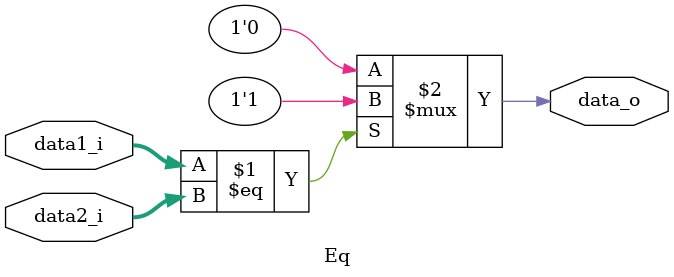
<source format=v>
module Eq(
	data1_i,
	data2_i,
	data_o
);

input [31:0]data1_i, data2_i;
output data_o;

assign data_o = (data1_i == data2_i)?1'b1:1'b0;

endmodule


</source>
